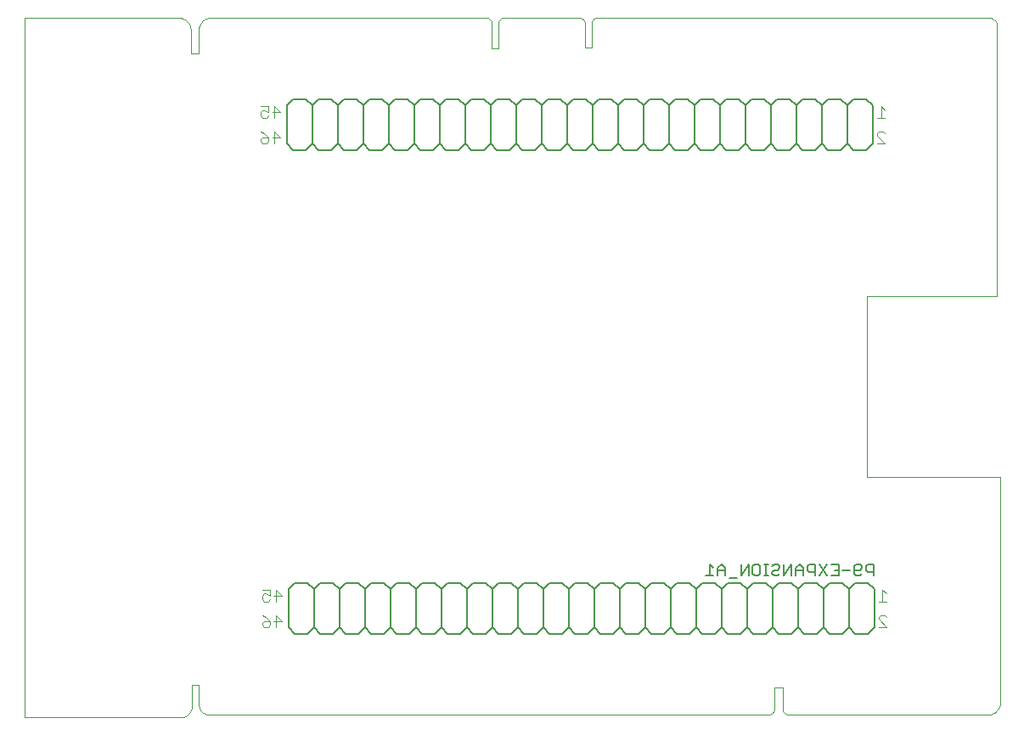
<source format=gbo>
G75*
G70*
%OFA0B0*%
%FSLAX24Y24*%
%IPPOS*%
%LPD*%
%AMOC8*
5,1,8,0,0,1.08239X$1,22.5*
%
%ADD10C,0.0000*%
%ADD11C,0.0060*%
%ADD12C,0.0040*%
%ADD13C,0.0050*%
D10*
X000474Y003346D02*
X006615Y003346D01*
X006616Y003346D02*
X006657Y003350D01*
X006699Y003358D01*
X006739Y003369D01*
X006778Y003384D01*
X006815Y003403D01*
X006851Y003425D01*
X006884Y003450D01*
X006915Y003478D01*
X006944Y003509D01*
X006969Y003542D01*
X006991Y003577D01*
X007010Y003615D01*
X007025Y003654D01*
X007037Y003694D01*
X007044Y003735D01*
X007048Y003777D01*
X007049Y003819D01*
X007049Y004626D01*
X007324Y004626D01*
X007324Y003858D01*
X007323Y003821D01*
X007327Y003784D01*
X007334Y003748D01*
X007344Y003713D01*
X007358Y003679D01*
X007376Y003646D01*
X007396Y003616D01*
X007419Y003587D01*
X007445Y003561D01*
X007474Y003538D01*
X007504Y003517D01*
X007536Y003500D01*
X007570Y003485D01*
X007606Y003475D01*
X007642Y003467D01*
X007678Y003464D01*
X029686Y003464D01*
X029714Y003466D01*
X029742Y003471D01*
X029770Y003479D01*
X029796Y003491D01*
X029820Y003506D01*
X029842Y003523D01*
X029863Y003544D01*
X029880Y003566D01*
X029895Y003590D01*
X029907Y003616D01*
X029915Y003644D01*
X029920Y003672D01*
X029922Y003700D01*
X029923Y003700D02*
X029923Y004527D01*
X030237Y004527D01*
X030237Y003700D01*
X030238Y003700D02*
X030240Y003672D01*
X030245Y003644D01*
X030253Y003616D01*
X030265Y003590D01*
X030280Y003566D01*
X030297Y003544D01*
X030318Y003523D01*
X030340Y003506D01*
X030364Y003491D01*
X030390Y003479D01*
X030418Y003471D01*
X030446Y003466D01*
X030474Y003464D01*
X038249Y003464D01*
X038249Y003465D02*
X038290Y003461D01*
X038332Y003462D01*
X038373Y003465D01*
X038414Y003473D01*
X038454Y003484D01*
X038493Y003498D01*
X038531Y003516D01*
X038566Y003537D01*
X038600Y003561D01*
X038632Y003588D01*
X038661Y003618D01*
X038688Y003650D01*
X038711Y003684D01*
X038732Y003720D01*
X038749Y003758D01*
X038763Y003797D01*
X038773Y003837D01*
X038780Y003878D01*
X038781Y003878D02*
X038781Y012795D01*
X033545Y012795D01*
X033545Y019882D01*
X038663Y019882D01*
X038663Y030511D01*
X038662Y030512D02*
X038658Y030548D01*
X038649Y030584D01*
X038637Y030618D01*
X038622Y030651D01*
X038603Y030683D01*
X038581Y030712D01*
X038556Y030739D01*
X038528Y030763D01*
X038498Y030784D01*
X038466Y030802D01*
X038433Y030816D01*
X038398Y030827D01*
X038362Y030834D01*
X038325Y030837D01*
X038288Y030836D01*
X038289Y030836D02*
X022964Y030836D01*
X022963Y030836D02*
X022935Y030831D01*
X022907Y030823D01*
X022880Y030811D01*
X022854Y030797D01*
X022831Y030779D01*
X022810Y030759D01*
X022792Y030736D01*
X022776Y030712D01*
X022763Y030685D01*
X022754Y030657D01*
X022748Y030629D01*
X022746Y030600D01*
X022747Y030570D01*
X022747Y030571D02*
X022747Y029645D01*
X022491Y029645D01*
X022491Y030551D01*
X022492Y030551D02*
X022493Y030582D01*
X022490Y030613D01*
X022483Y030643D01*
X022472Y030673D01*
X022458Y030700D01*
X022441Y030726D01*
X022421Y030750D01*
X022398Y030771D01*
X022373Y030789D01*
X022345Y030804D01*
X022316Y030815D01*
X022286Y030823D01*
X022256Y030827D01*
X022255Y030826D02*
X019273Y030826D01*
X019245Y030819D01*
X019217Y030809D01*
X019192Y030796D01*
X019168Y030780D01*
X019146Y030762D01*
X019126Y030740D01*
X019109Y030717D01*
X019096Y030692D01*
X019085Y030665D01*
X019078Y030637D01*
X019074Y030608D01*
X019073Y030579D01*
X019076Y030551D01*
X019076Y029626D01*
X018820Y029626D01*
X018820Y030551D01*
X018823Y030579D01*
X018822Y030608D01*
X018818Y030637D01*
X018811Y030665D01*
X018800Y030692D01*
X018787Y030717D01*
X018770Y030740D01*
X018750Y030762D01*
X018728Y030780D01*
X018704Y030796D01*
X018679Y030809D01*
X018651Y030819D01*
X018623Y030826D01*
X007797Y030826D01*
X007756Y030824D01*
X007715Y030819D01*
X007675Y030810D01*
X007636Y030798D01*
X007598Y030782D01*
X007561Y030763D01*
X007526Y030741D01*
X007494Y030716D01*
X007463Y030688D01*
X007435Y030657D01*
X007410Y030625D01*
X007388Y030590D01*
X007369Y030553D01*
X007353Y030515D01*
X007341Y030476D01*
X007332Y030436D01*
X007327Y030395D01*
X007325Y030354D01*
X007324Y030354D02*
X007324Y029409D01*
X007009Y029409D01*
X007009Y030354D01*
X007010Y030354D02*
X007006Y030397D01*
X006999Y030439D01*
X006988Y030481D01*
X006973Y030521D01*
X006955Y030560D01*
X006934Y030597D01*
X006909Y030633D01*
X006882Y030666D01*
X006851Y030696D01*
X006819Y030724D01*
X006783Y030749D01*
X006746Y030770D01*
X006707Y030789D01*
X006667Y030804D01*
X006625Y030815D01*
X006583Y030823D01*
X006540Y030826D01*
X006497Y030827D01*
X006497Y030826D02*
X000474Y030826D01*
X000474Y003346D01*
D11*
X010840Y006887D02*
X011090Y006637D01*
X011590Y006637D01*
X011840Y006887D01*
X012090Y006637D01*
X012590Y006637D01*
X012840Y006887D01*
X013090Y006637D01*
X013590Y006637D01*
X013840Y006887D01*
X013840Y008387D01*
X013590Y008637D01*
X013090Y008637D01*
X012840Y008387D01*
X012590Y008637D01*
X012090Y008637D01*
X011840Y008387D01*
X011590Y008637D01*
X011090Y008637D01*
X010840Y008387D01*
X010840Y006887D01*
X011840Y006887D02*
X011840Y008387D01*
X012840Y008387D02*
X012840Y006887D01*
X013840Y006887D02*
X014090Y006637D01*
X014590Y006637D01*
X014840Y006887D01*
X014840Y008387D01*
X014590Y008637D01*
X014090Y008637D01*
X013840Y008387D01*
X014840Y008387D02*
X015090Y008637D01*
X015590Y008637D01*
X015840Y008387D01*
X015840Y006887D01*
X016090Y006637D01*
X016590Y006637D01*
X016840Y006887D01*
X016840Y008387D01*
X016590Y008637D01*
X016090Y008637D01*
X015840Y008387D01*
X016840Y008387D02*
X017090Y008637D01*
X017590Y008637D01*
X017840Y008387D01*
X017840Y006887D01*
X018090Y006637D01*
X018590Y006637D01*
X018840Y006887D01*
X018840Y008387D01*
X018590Y008637D01*
X018090Y008637D01*
X017840Y008387D01*
X018840Y008387D02*
X019090Y008637D01*
X019590Y008637D01*
X019840Y008387D01*
X019840Y006887D01*
X020090Y006637D01*
X020590Y006637D01*
X020840Y006887D01*
X020840Y008387D01*
X020590Y008637D01*
X020090Y008637D01*
X019840Y008387D01*
X020840Y008387D02*
X021090Y008637D01*
X021590Y008637D01*
X021840Y008387D01*
X021840Y006887D01*
X022090Y006637D01*
X022590Y006637D01*
X022840Y006887D01*
X022840Y008387D01*
X022590Y008637D01*
X022090Y008637D01*
X021840Y008387D01*
X022840Y008387D02*
X023090Y008637D01*
X023590Y008637D01*
X023840Y008387D01*
X023840Y006887D01*
X024090Y006637D01*
X024590Y006637D01*
X024840Y006887D01*
X024840Y008387D01*
X024590Y008637D01*
X024090Y008637D01*
X023840Y008387D01*
X024840Y008387D02*
X025090Y008637D01*
X025590Y008637D01*
X025840Y008387D01*
X025840Y006887D01*
X026090Y006637D01*
X026590Y006637D01*
X026840Y006887D01*
X026840Y008387D01*
X026590Y008637D01*
X026090Y008637D01*
X025840Y008387D01*
X026840Y008387D02*
X027090Y008637D01*
X027590Y008637D01*
X027840Y008387D01*
X027840Y006887D01*
X027590Y006637D01*
X027090Y006637D01*
X026840Y006887D01*
X027840Y006887D02*
X028090Y006637D01*
X028590Y006637D01*
X028840Y006887D01*
X028840Y008387D01*
X028590Y008637D01*
X028090Y008637D01*
X027840Y008387D01*
X028840Y008387D02*
X029090Y008637D01*
X029590Y008637D01*
X029840Y008387D01*
X029840Y006887D01*
X029590Y006637D01*
X029090Y006637D01*
X028840Y006887D01*
X029840Y006887D02*
X030090Y006637D01*
X030590Y006637D01*
X030840Y006887D01*
X030840Y008387D01*
X030590Y008637D01*
X030090Y008637D01*
X029840Y008387D01*
X030840Y008387D02*
X031090Y008637D01*
X031590Y008637D01*
X031840Y008387D01*
X031840Y006887D01*
X031590Y006637D01*
X031090Y006637D01*
X030840Y006887D01*
X031840Y006887D02*
X032090Y006637D01*
X032590Y006637D01*
X032840Y006887D01*
X032840Y008387D01*
X032590Y008637D01*
X032090Y008637D01*
X031840Y008387D01*
X032840Y008387D02*
X033090Y008637D01*
X033590Y008637D01*
X033840Y008387D01*
X033840Y006887D01*
X033590Y006637D01*
X033090Y006637D01*
X032840Y006887D01*
X025840Y006887D02*
X025590Y006637D01*
X025090Y006637D01*
X024840Y006887D01*
X023840Y006887D02*
X023590Y006637D01*
X023090Y006637D01*
X022840Y006887D01*
X021840Y006887D02*
X021590Y006637D01*
X021090Y006637D01*
X020840Y006887D01*
X019840Y006887D02*
X019590Y006637D01*
X019090Y006637D01*
X018840Y006887D01*
X017840Y006887D02*
X017590Y006637D01*
X017090Y006637D01*
X016840Y006887D01*
X015840Y006887D02*
X015590Y006637D01*
X015090Y006637D01*
X014840Y006887D01*
X015027Y025630D02*
X015527Y025630D01*
X015777Y025880D01*
X015777Y027380D01*
X015527Y027630D01*
X015027Y027630D01*
X014777Y027380D01*
X014527Y027630D01*
X014027Y027630D01*
X013777Y027380D01*
X013527Y027630D01*
X013027Y027630D01*
X012777Y027380D01*
X012527Y027630D01*
X012027Y027630D01*
X011777Y027380D01*
X011527Y027630D01*
X011027Y027630D01*
X010777Y027380D01*
X010777Y025880D01*
X011027Y025630D01*
X011527Y025630D01*
X011777Y025880D01*
X012027Y025630D01*
X012527Y025630D01*
X012777Y025880D01*
X013027Y025630D01*
X013527Y025630D01*
X013777Y025880D01*
X013777Y027380D01*
X014777Y027380D02*
X014777Y025880D01*
X014527Y025630D01*
X014027Y025630D01*
X013777Y025880D01*
X014777Y025880D02*
X015027Y025630D01*
X015777Y025880D02*
X016027Y025630D01*
X016527Y025630D01*
X016777Y025880D01*
X016777Y027380D01*
X016527Y027630D01*
X016027Y027630D01*
X015777Y027380D01*
X016777Y027380D02*
X017027Y027630D01*
X017527Y027630D01*
X017777Y027380D01*
X017777Y025880D01*
X018027Y025630D01*
X018527Y025630D01*
X018777Y025880D01*
X018777Y027380D01*
X018527Y027630D01*
X018027Y027630D01*
X017777Y027380D01*
X018777Y027380D02*
X019027Y027630D01*
X019527Y027630D01*
X019777Y027380D01*
X019777Y025880D01*
X020027Y025630D01*
X020527Y025630D01*
X020777Y025880D01*
X020777Y027380D01*
X020527Y027630D01*
X020027Y027630D01*
X019777Y027380D01*
X020777Y027380D02*
X021027Y027630D01*
X021527Y027630D01*
X021777Y027380D01*
X021777Y025880D01*
X022027Y025630D01*
X022527Y025630D01*
X022777Y025880D01*
X022777Y027380D01*
X022527Y027630D01*
X022027Y027630D01*
X021777Y027380D01*
X022777Y027380D02*
X023027Y027630D01*
X023527Y027630D01*
X023777Y027380D01*
X023777Y025880D01*
X024027Y025630D01*
X024527Y025630D01*
X024777Y025880D01*
X024777Y027380D01*
X024527Y027630D01*
X024027Y027630D01*
X023777Y027380D01*
X024777Y027380D02*
X025027Y027630D01*
X025527Y027630D01*
X025777Y027380D01*
X025777Y025880D01*
X026027Y025630D01*
X026527Y025630D01*
X026777Y025880D01*
X026777Y027380D01*
X026527Y027630D01*
X026027Y027630D01*
X025777Y027380D01*
X026777Y027380D02*
X027027Y027630D01*
X027527Y027630D01*
X027777Y027380D01*
X027777Y025880D01*
X027527Y025630D01*
X027027Y025630D01*
X026777Y025880D01*
X027777Y025880D02*
X028027Y025630D01*
X028527Y025630D01*
X028777Y025880D01*
X028777Y027380D01*
X028527Y027630D01*
X028027Y027630D01*
X027777Y027380D01*
X028777Y027380D02*
X029027Y027630D01*
X029527Y027630D01*
X029777Y027380D01*
X029777Y025880D01*
X029527Y025630D01*
X029027Y025630D01*
X028777Y025880D01*
X029777Y025880D02*
X030027Y025630D01*
X030527Y025630D01*
X030777Y025880D01*
X030777Y027380D01*
X030527Y027630D01*
X030027Y027630D01*
X029777Y027380D01*
X030777Y027380D02*
X031027Y027630D01*
X031527Y027630D01*
X031777Y027380D01*
X031777Y025880D01*
X031527Y025630D01*
X031027Y025630D01*
X030777Y025880D01*
X031777Y025880D02*
X032027Y025630D01*
X032527Y025630D01*
X032777Y025880D01*
X032777Y027380D01*
X032527Y027630D01*
X032027Y027630D01*
X031777Y027380D01*
X032777Y027380D02*
X033027Y027630D01*
X033527Y027630D01*
X033777Y027380D01*
X033777Y025880D01*
X033527Y025630D01*
X033027Y025630D01*
X032777Y025880D01*
X025777Y025880D02*
X025527Y025630D01*
X025027Y025630D01*
X024777Y025880D01*
X023777Y025880D02*
X023527Y025630D01*
X023027Y025630D01*
X022777Y025880D01*
X021777Y025880D02*
X021527Y025630D01*
X021027Y025630D01*
X020777Y025880D01*
X019777Y025880D02*
X019527Y025630D01*
X019027Y025630D01*
X018777Y025880D01*
X017777Y025880D02*
X017527Y025630D01*
X017027Y025630D01*
X016777Y025880D01*
X012777Y025880D02*
X012777Y027380D01*
X011777Y027380D02*
X011777Y025880D01*
D12*
X010507Y026130D02*
X010200Y026130D01*
X010046Y026130D02*
X009816Y026130D01*
X009740Y026053D01*
X009740Y025976D01*
X009816Y025900D01*
X009970Y025900D01*
X010046Y025976D01*
X010046Y026130D01*
X009893Y026283D01*
X009740Y026360D01*
X010277Y026360D02*
X010277Y025900D01*
X010507Y026130D02*
X010277Y026360D01*
X010277Y026900D02*
X010277Y027360D01*
X010507Y027130D01*
X010200Y027130D01*
X010046Y027130D02*
X009893Y027206D01*
X009816Y027206D01*
X009740Y027130D01*
X009740Y026976D01*
X009816Y026900D01*
X009970Y026900D01*
X010046Y026976D01*
X010046Y027130D02*
X010046Y027360D01*
X009740Y027360D01*
X009803Y008368D02*
X010109Y008368D01*
X010109Y008138D01*
X009956Y008214D01*
X009879Y008214D01*
X009803Y008138D01*
X009803Y007984D01*
X009879Y007907D01*
X010033Y007907D01*
X010109Y007984D01*
X010263Y008138D02*
X010570Y008138D01*
X010340Y008368D01*
X010340Y007907D01*
X010340Y007368D02*
X010570Y007138D01*
X010263Y007138D01*
X010109Y007138D02*
X009956Y007291D01*
X009803Y007368D01*
X009879Y007138D02*
X009803Y007061D01*
X009803Y006984D01*
X009879Y006907D01*
X010033Y006907D01*
X010109Y006984D01*
X010109Y007138D01*
X009879Y007138D01*
X010340Y006907D02*
X010340Y007368D01*
X034013Y007291D02*
X034090Y007368D01*
X034243Y007368D01*
X034320Y007291D01*
X034013Y007291D02*
X034013Y007214D01*
X034320Y006907D01*
X034013Y006907D01*
X034013Y007907D02*
X034320Y007907D01*
X034166Y007907D02*
X034166Y008368D01*
X034320Y008214D01*
X034257Y025900D02*
X033950Y025900D01*
X033950Y026206D02*
X033950Y026283D01*
X034027Y026360D01*
X034180Y026360D01*
X034257Y026283D01*
X033950Y026206D02*
X034257Y025900D01*
X034257Y026900D02*
X033950Y026900D01*
X034103Y026900D02*
X034103Y027360D01*
X034257Y027206D01*
D13*
X033815Y009363D02*
X033590Y009363D01*
X033515Y009288D01*
X033515Y009138D01*
X033590Y009063D01*
X033815Y009063D01*
X033815Y008912D02*
X033815Y009363D01*
X033354Y009288D02*
X033354Y009213D01*
X033279Y009138D01*
X033054Y009138D01*
X033054Y008988D02*
X033054Y009288D01*
X033129Y009363D01*
X033279Y009363D01*
X033354Y009288D01*
X033354Y008988D02*
X033279Y008912D01*
X033129Y008912D01*
X033054Y008988D01*
X032894Y009138D02*
X032594Y009138D01*
X032434Y009138D02*
X032284Y009138D01*
X032434Y009363D02*
X032434Y008912D01*
X032134Y008912D01*
X031973Y008912D02*
X031673Y009363D01*
X031513Y009363D02*
X031288Y009363D01*
X031213Y009288D01*
X031213Y009138D01*
X031288Y009063D01*
X031513Y009063D01*
X031513Y008912D02*
X031513Y009363D01*
X031973Y009363D02*
X031673Y008912D01*
X031053Y008912D02*
X031053Y009213D01*
X030903Y009363D01*
X030752Y009213D01*
X030752Y008912D01*
X030592Y008912D02*
X030592Y009363D01*
X030292Y008912D01*
X030292Y009363D01*
X030132Y009288D02*
X030132Y009213D01*
X030057Y009138D01*
X029907Y009138D01*
X029832Y009063D01*
X029832Y008988D01*
X029907Y008912D01*
X030057Y008912D01*
X030132Y008988D01*
X030132Y009288D02*
X030057Y009363D01*
X029907Y009363D01*
X029832Y009288D01*
X029672Y009363D02*
X029522Y009363D01*
X029597Y009363D02*
X029597Y008912D01*
X029672Y008912D02*
X029522Y008912D01*
X029365Y008988D02*
X029365Y009288D01*
X029290Y009363D01*
X029140Y009363D01*
X029065Y009288D01*
X029065Y008988D01*
X029140Y008912D01*
X029290Y008912D01*
X029365Y008988D01*
X028904Y008912D02*
X028904Y009363D01*
X028604Y008912D01*
X028604Y009363D01*
X027984Y009213D02*
X027834Y009363D01*
X027683Y009213D01*
X027683Y008912D01*
X027523Y008912D02*
X027223Y008912D01*
X027373Y008912D02*
X027373Y009363D01*
X027523Y009213D01*
X027683Y009138D02*
X027984Y009138D01*
X027984Y009213D02*
X027984Y008912D01*
X028144Y008837D02*
X028444Y008837D01*
X030752Y009138D02*
X031053Y009138D01*
X032134Y009363D02*
X032434Y009363D01*
M02*

</source>
